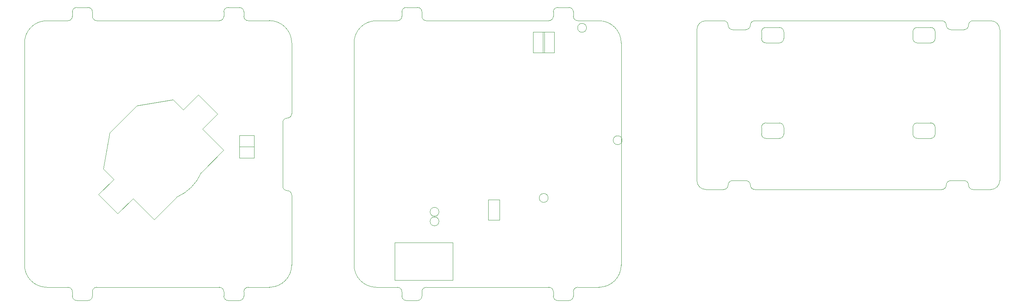
<source format=gbr>
%TF.GenerationSoftware,KiCad,Pcbnew,7.0.2*%
%TF.CreationDate,2023-05-01T18:48:23+02:00*%
%TF.ProjectId,kleinvoet,6b6c6569-6e76-46f6-9574-2e6b69636164,C*%
%TF.SameCoordinates,Original*%
%TF.FileFunction,Other,User*%
%FSLAX46Y46*%
G04 Gerber Fmt 4.6, Leading zero omitted, Abs format (unit mm)*
G04 Created by KiCad (PCBNEW 7.0.2) date 2023-05-01 18:48:23*
%MOMM*%
%LPD*%
G01*
G04 APERTURE LIST*
%ADD10C,0.050000*%
%TA.AperFunction,Profile*%
%ADD11C,0.050000*%
%TD*%
G04 APERTURE END LIST*
D10*
%TO.C,TP902*%
X158200000Y-58900000D02*
G75*
G03*
X158200000Y-58900000I-1000000J0D01*
G01*
%TO.C,JP401*%
X142950000Y-39150000D02*
X142950000Y-34550000D01*
X140450000Y-34550000D02*
X142950000Y-34550000D01*
X140450000Y-34550000D02*
X140450000Y-39150000D01*
X142950000Y-39150000D02*
X140450000Y-39150000D01*
%TO.C,JP402*%
X140750000Y-39150000D02*
X140750000Y-34550000D01*
X138250000Y-34550000D02*
X140750000Y-34550000D01*
X138250000Y-34550000D02*
X138250000Y-39150000D01*
X140750000Y-39150000D02*
X138250000Y-39150000D01*
%TO.C,TP406*%
X117075000Y-77175000D02*
G75*
G03*
X117075000Y-77175000I-1000000J0D01*
G01*
%TO.C,TP407*%
X117075000Y-75025000D02*
G75*
G03*
X117075000Y-75025000I-1000000J0D01*
G01*
%TO.C,TP904*%
X150200000Y-33600000D02*
G75*
G03*
X150200000Y-33600000I-1000000J0D01*
G01*
%TO.C,J202*%
X120150000Y-81950000D02*
X120150000Y-90450000D01*
X107150000Y-81950000D02*
X120150000Y-81950000D01*
X107150000Y-90450000D02*
X107150000Y-81950000D01*
X120150000Y-90450000D02*
X107150000Y-90450000D01*
%TO.C,JP1401*%
X130650000Y-76900000D02*
X130650000Y-72300000D01*
X128150000Y-72300000D02*
X130650000Y-72300000D01*
X128150000Y-72300000D02*
X128150000Y-76900000D01*
X130650000Y-76900000D02*
X128150000Y-76900000D01*
%TO.C,JP2*%
X72300000Y-60325000D02*
X75600000Y-60325000D01*
X75600000Y-57825000D02*
X72300000Y-57825000D01*
X72300000Y-60325000D02*
X72300000Y-57825000D01*
X75600000Y-57825000D02*
X75600000Y-60325000D01*
%TO.C,TP903*%
X141600000Y-71900000D02*
G75*
G03*
X141600000Y-71900000I-1000000J0D01*
G01*
%TO.C,BT301*%
X58171930Y-71728606D02*
G75*
G03*
X63687362Y-66213174I-4171930J9687362D01*
G01*
X40635682Y-71092211D02*
X44949033Y-75405562D01*
X44029794Y-67698098D02*
X40635682Y-71092211D01*
X41696342Y-65364646D02*
X44029794Y-67698098D01*
X43110556Y-57232918D02*
X41696342Y-65364646D01*
X49191674Y-51151800D02*
X43110556Y-57232918D01*
X57323402Y-49737586D02*
X49191674Y-51151800D01*
X59656854Y-52071038D02*
X57323402Y-49737586D01*
X63050967Y-48676926D02*
X59656854Y-52071038D01*
X67364318Y-52990277D02*
X63050967Y-48676926D01*
X63970206Y-56384390D02*
X67364318Y-52990277D01*
X68743176Y-61157361D02*
X63970206Y-56384390D01*
X68743176Y-61157361D02*
X63687363Y-66213174D01*
X53116117Y-76784420D02*
X58171930Y-71728607D01*
X48343146Y-72011450D02*
X53116117Y-76784420D01*
X44949033Y-75405562D02*
X48343146Y-72011450D01*
%TO.C,JP1*%
X72300000Y-62875000D02*
X75600000Y-62875000D01*
X75600000Y-60375000D02*
X72300000Y-60375000D01*
X72300000Y-62875000D02*
X72300000Y-60375000D01*
X75600000Y-60375000D02*
X75600000Y-62875000D01*
%TD*%
D11*
X153000000Y-92000000D02*
G75*
G03*
X158000000Y-87000000I0J5000000D01*
G01*
X158000000Y-37000000D02*
G75*
G03*
X153000000Y-32000000I-5000000J0D01*
G01*
X158000000Y-87000000D02*
X158000000Y-37000000D01*
X153000000Y-32000000D02*
X148500000Y-32000000D01*
X98000000Y-87000000D02*
G75*
G03*
X103000000Y-92000000I5000000J0D01*
G01*
X103000000Y-32000000D02*
G75*
G03*
X98000000Y-37000000I0J-5000000D01*
G01*
X148500000Y-92000000D02*
X153000000Y-92000000D01*
X33500000Y-32000000D02*
X29000000Y-32000000D01*
X24000000Y-37000000D02*
X24000000Y-87000000D01*
X79000000Y-92000000D02*
G75*
G03*
X84000000Y-87000000I0J5000000D01*
G01*
X24000000Y-87000000D02*
G75*
G03*
X29000000Y-92000000I5000000J0D01*
G01*
X29000000Y-32000000D02*
G75*
G03*
X24000000Y-37000000I0J-5000000D01*
G01*
X29000000Y-92000000D02*
X33500000Y-92000000D01*
X83999937Y-36975063D02*
G75*
G03*
X79000001Y-31975063I-4999937J63D01*
G01*
X108750000Y-93000000D02*
X108750000Y-94000000D01*
X113250000Y-93000000D02*
X113250000Y-94000000D01*
X114500000Y-92000000D02*
X114250000Y-92000000D01*
X107750000Y-92000000D02*
X107500000Y-92000000D01*
X74500000Y-92000000D02*
X74250000Y-92000000D01*
X108750000Y-93000000D02*
G75*
G03*
X107750000Y-92000000I-1000000J0D01*
G01*
X114250000Y-92000000D02*
G75*
G03*
X113250000Y-93000000I0J-1000000D01*
G01*
X107500000Y-92000000D02*
X103000000Y-92000000D01*
X112250000Y-95000000D02*
G75*
G03*
X113250000Y-94000000I0J1000000D01*
G01*
X74250000Y-92000000D02*
G75*
G03*
X73250000Y-93000000I0J-1000000D01*
G01*
X68750000Y-93000000D02*
G75*
G03*
X67750000Y-92000000I-1000000J0D01*
G01*
X68750000Y-94000000D02*
G75*
G03*
X69750000Y-95000000I1000000J0D01*
G01*
X72250000Y-95000000D02*
X69750000Y-95000000D01*
X72250000Y-95000000D02*
G75*
G03*
X73250000Y-94000000I0J1000000D01*
G01*
X68750000Y-93000000D02*
X68750000Y-94000000D01*
X73250000Y-93000000D02*
X73250000Y-94000000D01*
X141500000Y-92000000D02*
X114500000Y-92000000D01*
X40201249Y-92000000D02*
X67750000Y-92000000D01*
X74500000Y-92000000D02*
X79000000Y-92000000D01*
X40500000Y-32000000D02*
X67500000Y-32000000D01*
X74500000Y-32000000D02*
X79000001Y-31975063D01*
X141500000Y-32000000D02*
X114500000Y-32000000D01*
X107500000Y-32000000D02*
X103000000Y-32000000D01*
X98000000Y-37000000D02*
X98000000Y-87000000D01*
X84000000Y-71250000D02*
X84000000Y-87000000D01*
X112250000Y-95000000D02*
X109750000Y-95000000D01*
X228500000Y-34500000D02*
G75*
G03*
X227500000Y-33500000I-1000000J0D01*
G01*
X231000000Y-33000000D02*
G75*
G03*
X232000000Y-34000000I1000000J0D01*
G01*
X224500000Y-58500000D02*
X227500000Y-58500000D01*
X182000000Y-33000000D02*
G75*
G03*
X183000000Y-34000000I1000000J0D01*
G01*
X82000000Y-69250000D02*
G75*
G03*
X83000000Y-70250000I1000000J0D01*
G01*
X146250000Y-95000000D02*
G75*
G03*
X147250000Y-94000000I0J1000000D01*
G01*
X142750000Y-31000000D02*
X142750000Y-30000000D01*
X73250000Y-30000000D02*
G75*
G03*
X72250000Y-29000000I-1000000J0D01*
G01*
X147250000Y-93000000D02*
X147250000Y-94000000D01*
X189500000Y-56000000D02*
X189500000Y-57500000D01*
X35750000Y-29000000D02*
G75*
G03*
X34750000Y-30000000I0J-1000000D01*
G01*
X141750000Y-92000000D02*
X141500000Y-92000000D01*
X74250000Y-32000000D02*
X74500000Y-32000000D01*
X193500000Y-58500000D02*
G75*
G03*
X194500000Y-57500000I0J1000000D01*
G01*
X243000000Y-55000000D02*
X243000000Y-34000000D01*
X235000000Y-34000000D02*
G75*
G03*
X236000000Y-33000000I0J1000000D01*
G01*
X223500000Y-56000000D02*
X223500000Y-57500000D01*
X39250000Y-93000000D02*
X39250000Y-94000000D01*
X223500000Y-57500000D02*
G75*
G03*
X224500000Y-58500000I1000000J0D01*
G01*
X141500000Y-32000000D02*
X141750000Y-32000000D01*
X147250000Y-30000000D02*
G75*
G03*
X146250000Y-29000000I-1000000J0D01*
G01*
X67750000Y-32000000D02*
G75*
G03*
X68750000Y-31000000I0J1000000D01*
G01*
X241000000Y-70000000D02*
G75*
G03*
X243000000Y-68000000I0J2000000D01*
G01*
X194500000Y-56000000D02*
G75*
G03*
X193500000Y-55000000I-1000000J0D01*
G01*
X34750000Y-31000000D02*
X34750000Y-30000000D01*
X35750000Y-29000000D02*
X38250000Y-29000000D01*
X193500000Y-33500000D02*
X190500000Y-33500000D01*
X33500000Y-32000000D02*
X33750000Y-32000000D01*
X243000000Y-68000000D02*
X243000000Y-55000000D01*
X34750000Y-93000000D02*
G75*
G03*
X33750000Y-92000000I-1000000J0D01*
G01*
X33750000Y-92000000D02*
X33500000Y-92000000D01*
X232000000Y-34000000D02*
X235000000Y-34000000D01*
X40201249Y-91999999D02*
G75*
G03*
X39250000Y-93000000I24351J-975601D01*
G01*
X38250000Y-95000000D02*
X35750000Y-95000000D01*
X142750000Y-93000000D02*
G75*
G03*
X141750000Y-92000000I-1000000J0D01*
G01*
X183000000Y-34000000D02*
X186000000Y-34000000D01*
X223500000Y-34500000D02*
X223500000Y-36000000D01*
X193500000Y-55000000D02*
X190500000Y-55000000D01*
X183000000Y-68000000D02*
G75*
G03*
X182000000Y-69000000I0J-1000000D01*
G01*
X190500000Y-58500000D02*
X193500000Y-58500000D01*
X194500000Y-57500000D02*
X194500000Y-56000000D01*
X228500000Y-36000000D02*
X228500000Y-34500000D01*
X235000000Y-68000000D02*
X232000000Y-68000000D01*
X224500000Y-37000000D02*
X227500000Y-37000000D01*
X113250000Y-31000000D02*
G75*
G03*
X114250000Y-32000000I1000000J0D01*
G01*
X113250000Y-30000000D02*
G75*
G03*
X112250000Y-29000000I-1000000J0D01*
G01*
X34750000Y-94000000D02*
G75*
G03*
X35750000Y-95000000I1000000J0D01*
G01*
X83000000Y-53925000D02*
G75*
G03*
X84000000Y-52925000I0J1000000D01*
G01*
X194500000Y-34500000D02*
G75*
G03*
X193500000Y-33500000I-1000000J0D01*
G01*
X187000000Y-69000000D02*
G75*
G03*
X188000000Y-70000000I1000000J0D01*
G01*
X147250000Y-31000000D02*
G75*
G03*
X148250000Y-32000000I1000000J0D01*
G01*
X175000000Y-68000000D02*
G75*
G03*
X177000000Y-70000000I2000000J0D01*
G01*
X39250000Y-31000000D02*
X39250000Y-30000000D01*
X236000000Y-69000000D02*
G75*
G03*
X237000000Y-70000000I1000000J0D01*
G01*
X237000000Y-32000000D02*
G75*
G03*
X236000000Y-33000000I0J-1000000D01*
G01*
X190500000Y-33500000D02*
G75*
G03*
X189500000Y-34500000I0J-1000000D01*
G01*
X227500000Y-37000000D02*
G75*
G03*
X228500000Y-36000000I0J1000000D01*
G01*
X236000000Y-69000000D02*
G75*
G03*
X235000000Y-68000000I-1000000J0D01*
G01*
X147250000Y-31000000D02*
X147250000Y-30000000D01*
X84000000Y-71250000D02*
G75*
G03*
X83000000Y-70250000I-1000000J0D01*
G01*
X223500000Y-36000000D02*
G75*
G03*
X224500000Y-37000000I1000000J0D01*
G01*
X67500000Y-32000000D02*
X67750000Y-32000000D01*
X40250000Y-32000000D02*
X40500000Y-32000000D01*
X109750000Y-29000000D02*
G75*
G03*
X108750000Y-30000000I0J-1000000D01*
G01*
X224500000Y-55000000D02*
G75*
G03*
X223500000Y-56000000I0J-1000000D01*
G01*
X188000000Y-70000000D02*
X230000000Y-70000000D01*
X83000000Y-53925000D02*
G75*
G03*
X82000000Y-54925000I0J-1000000D01*
G01*
X114250000Y-32000000D02*
X114500000Y-32000000D01*
X113250000Y-31000000D02*
X113250000Y-30000000D01*
X230000000Y-32000000D02*
X188000000Y-32000000D01*
X188000000Y-32000000D02*
G75*
G03*
X187000000Y-33000000I0J-1000000D01*
G01*
X228500000Y-56000000D02*
G75*
G03*
X227500000Y-55000000I-1000000J0D01*
G01*
X228500000Y-57500000D02*
X228500000Y-56000000D01*
X143750000Y-29000000D02*
X146250000Y-29000000D01*
X69750000Y-29000000D02*
X72250000Y-29000000D01*
X190500000Y-37000000D02*
X193500000Y-37000000D01*
X181000000Y-70000000D02*
X177000000Y-70000000D01*
X142750000Y-94000000D02*
G75*
G03*
X143750000Y-95000000I1000000J0D01*
G01*
X189500000Y-57500000D02*
G75*
G03*
X190500000Y-58500000I1000000J0D01*
G01*
X227500000Y-33500000D02*
X224500000Y-33500000D01*
X107500000Y-32000000D02*
X107750000Y-32000000D01*
X193500000Y-37000000D02*
G75*
G03*
X194500000Y-36000000I0J1000000D01*
G01*
X177000000Y-32000000D02*
G75*
G03*
X175000000Y-34000000I0J-2000000D01*
G01*
X34750000Y-93000000D02*
X34750000Y-94000000D01*
X186000000Y-34000000D02*
G75*
G03*
X187000000Y-33000000I0J1000000D01*
G01*
X39250000Y-31000000D02*
G75*
G03*
X40250000Y-32000000I1000000J0D01*
G01*
X84000000Y-52925000D02*
X84000000Y-36975063D01*
X230000000Y-70000000D02*
G75*
G03*
X231000000Y-69000000I0J1000000D01*
G01*
X107750000Y-32000000D02*
G75*
G03*
X108750000Y-31000000I0J1000000D01*
G01*
X73250000Y-31000000D02*
X73250000Y-30000000D01*
X243000000Y-34000000D02*
G75*
G03*
X241000000Y-32000000I-2000000J0D01*
G01*
X227500000Y-58500000D02*
G75*
G03*
X228500000Y-57500000I0J1000000D01*
G01*
X189500000Y-36000000D02*
G75*
G03*
X190500000Y-37000000I1000000J0D01*
G01*
X68750000Y-31000000D02*
X68750000Y-30000000D01*
X39250000Y-30000000D02*
G75*
G03*
X38250000Y-29000000I-1000000J0D01*
G01*
X186000000Y-68000000D02*
X183000000Y-68000000D01*
X241000000Y-70000000D02*
X237000000Y-70000000D01*
X33750000Y-32000000D02*
G75*
G03*
X34750000Y-31000000I0J1000000D01*
G01*
X148500000Y-92000000D02*
X148250000Y-92000000D01*
X181000000Y-70000000D02*
G75*
G03*
X182000000Y-69000000I0J1000000D01*
G01*
X73250000Y-31000000D02*
G75*
G03*
X74250000Y-32000000I1000000J0D01*
G01*
X194500000Y-36000000D02*
X194500000Y-34500000D01*
X108750000Y-94000000D02*
G75*
G03*
X109750000Y-95000000I1000000J0D01*
G01*
X190500000Y-55000000D02*
G75*
G03*
X189500000Y-56000000I0J-1000000D01*
G01*
X181000000Y-32000000D02*
X177000000Y-32000000D01*
X231000000Y-33000000D02*
G75*
G03*
X230000000Y-32000000I-1000000J0D01*
G01*
X148250000Y-32000000D02*
X148500000Y-32000000D01*
X227500000Y-55000000D02*
X224500000Y-55000000D01*
X224500000Y-33500000D02*
G75*
G03*
X223500000Y-34500000I0J-1000000D01*
G01*
X82000000Y-54925000D02*
X82000000Y-69250000D01*
X109750000Y-29000000D02*
X112250000Y-29000000D01*
X143750000Y-29000000D02*
G75*
G03*
X142750000Y-30000000I0J-1000000D01*
G01*
X108750000Y-31000000D02*
X108750000Y-30000000D01*
X182000000Y-33000000D02*
G75*
G03*
X181000000Y-32000000I-1000000J0D01*
G01*
X175000000Y-34000000D02*
X175000000Y-68000000D01*
X38250000Y-95000000D02*
G75*
G03*
X39250000Y-94000000I0J1000000D01*
G01*
X187000000Y-69000000D02*
G75*
G03*
X186000000Y-68000000I-1000000J0D01*
G01*
X148250000Y-92000000D02*
G75*
G03*
X147250000Y-93000000I0J-1000000D01*
G01*
X189500000Y-34500000D02*
X189500000Y-36000000D01*
X141750000Y-32000000D02*
G75*
G03*
X142750000Y-31000000I0J1000000D01*
G01*
X237000000Y-32000000D02*
X241000000Y-32000000D01*
X142750000Y-93000000D02*
X142750000Y-94000000D01*
X69750000Y-29000000D02*
G75*
G03*
X68750000Y-30000000I0J-1000000D01*
G01*
X146250000Y-95000000D02*
X143750000Y-95000000D01*
X232000000Y-68000000D02*
G75*
G03*
X231000000Y-69000000I0J-1000000D01*
G01*
M02*

</source>
